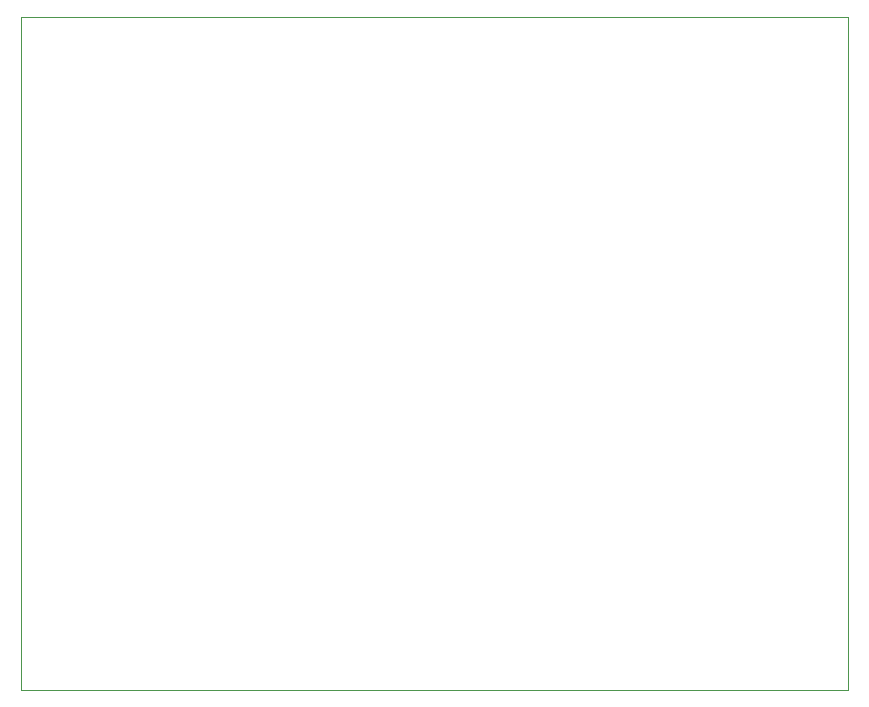
<source format=gbr>
%TF.GenerationSoftware,KiCad,Pcbnew,(5.1.6)-1*%
%TF.CreationDate,2021-10-22T00:30:08+09:00*%
%TF.ProjectId,Clutch_Ctrl_BD_Rev010,436c7574-6368-45f4-9374-726c5f42445f,rev?*%
%TF.SameCoordinates,PX5f5e100PY5f5e100*%
%TF.FileFunction,Profile,NP*%
%FSLAX46Y46*%
G04 Gerber Fmt 4.6, Leading zero omitted, Abs format (unit mm)*
G04 Created by KiCad (PCBNEW (5.1.6)-1) date 2021-10-22 00:30:08*
%MOMM*%
%LPD*%
G01*
G04 APERTURE LIST*
%TA.AperFunction,Profile*%
%ADD10C,0.050000*%
%TD*%
G04 APERTURE END LIST*
D10*
X0Y57000000D02*
X0Y0D01*
X70000000Y57000000D02*
X0Y57000000D01*
X70000000Y0D02*
X70000000Y57000000D01*
X0Y0D02*
X70000000Y0D01*
M02*

</source>
